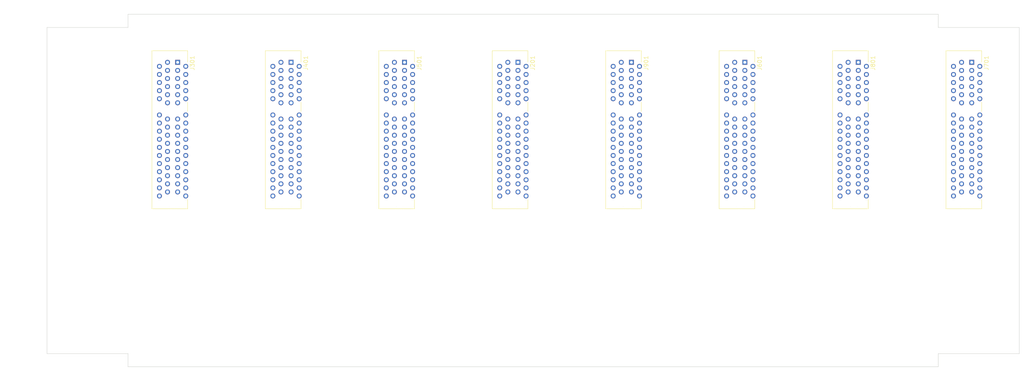
<source format=kicad_pcb>
(kicad_pcb (version 20241229) (generator "pcbnew") (generator_version "9.0")
  (layers (0 "F.Cu" signal) (2 "B.Cu" signal) (13 "F.Paste" user) (15 "B.Paste" user) (5 "F.SilkS" user "F.Silkscreen") (7 "B.SilkS" user "B.Silkscreen") (1 "F.Mask" user) (3 "B.Mask" user) (25 "Edge.Cuts" user))
  (net 0 "")
  (net 1 "/Connector 1/A11")
  (net 2 "/Connector 1/B8")
  (net 3 "/Connector 1/A28")
  (net 4 "/Connector 1/A30")
  (net 5 "/Connector 1/B2")
  (net 6 "/Connector 1/A24")
  (net 7 "/Connector 1/B1")
  (net 8 "/Connector 1/B9")
  (net 9 "/Connector 1/A31")
  (net 10 "/Connector 1/A5")
  (net 11 "/Connector 1/B13")
  (net 12 "/Connector 1/B29")
  (net 13 "/Connector 1/B20")
  (net 14 "/Connector 1/A1")
  (net 15 "/Connector 1/A10")
  (net 16 "/Connector 1/A2")
  (net 17 "/Connector 1/B27")
  (net 18 "/Connector 1/B25")
  (net 19 "/Connector 1/B23")
  (net 20 "/Connector 1/A20")
  (net 21 "/Connector 1/B4")
  (net 22 "/Connector 1/B26")
  (net 23 "/Connector 1/B31")
  (net 24 "/Connector 1/A6")
  (net 25 "/Connector 1/A19")
  (net 26 "/Connector 1/A15")
  (net 27 "/Connector 1/B6")
  (net 28 "/Connector 1/A4")
  (net 29 "/Connector 1/B10")
  (net 30 "/Connector 1/A27")
  (net 31 "/Connector 1/A26")
  (net 32 "/Connector 1/B28")
  (net 33 "/Connector 1/B7")
  (net 34 "/Connector 1/B18")
  (net 35 "/Connector 1/A14")
  (net 36 "/Connector 1/B3")
  (net 37 "/Connector 1/A8")
  (net 38 "/Connector 1/B16")
  (net 39 "/Connector 1/A7")
  (net 40 "/Connector 1/A23")
  (net 41 "/Connector 1/B12")
  (net 42 "/Connector 1/B22")
  (net 43 "/Connector 1/B24")
  (net 44 "/Connector 1/B11")
  (net 45 "/Connector 1/A12")
  (net 46 "/Connector 1/A3")
  (net 47 "/Connector 1/A18")
  (net 48 "/Connector 1/B14")
  (net 49 "/Connector 1/A29")
  (net 50 "/Connector 1/A22")
  (net 51 "/Connector 1/A17")
  (net 52 "/Connector 1/B30")
  (net 53 "/Connector 1/A32")
  (net 54 "/Connector 1/A25")
  (net 55 "/Connector 1/B32")
  (net 56 "/Connector 1/B5")
  (net 57 "/Connector 1/B21")
  (net 58 "/Connector 1/A9")
  (net 59 "/Connector 1/A21")
  (net 60 "/Connector 1/A16")
  (net 61 "/Connector 1/B19")
  (net 62 "/Connector 1/B17")
  (net 63 "/Connector 1/B15")
  (net 64 "/Connector 1/A13")
  (net 65 "/Connector 2/B25")
  (net 66 "/Connector 2/B28")
  (net 67 "/Connector 2/A32")
  (net 68 "/Connector 2/B26")
  (net 69 "/Connector 2/A30")
  (net 70 "/Connector 2/A23")
  (net 71 "/Connector 2/A22")
  (net 72 "/Connector 2/B7")
  (net 73 "/Connector 2/A15")
  (net 74 "/Connector 2/B14")
  (net 75 "/Connector 2/B11")
  (net 76 "/Connector 2/B23")
  (net 77 "/Connector 2/B4")
  (net 78 "/Connector 2/B31")
  (net 79 "/Connector 2/A7")
  (net 80 "/Connector 2/B20")
  (net 81 "/Connector 2/B12")
  (net 82 "/Connector 2/A10")
  (net 83 "/Connector 2/B17")
  (net 84 "/Connector 2/B19")
  (net 85 "/Connector 2/A6")
  (net 86 "/Connector 2/A29")
  (net 87 "/Connector 2/B2")
  (net 88 "/Connector 2/A20")
  (net 89 "/Connector 2/A25")
  (net 90 "/Connector 2/A8")
  (net 91 "/Connector 2/A31")
  (net 92 "/Connector 2/A18")
  (net 93 "/Connector 2/B18")
  (net 94 "/Connector 2/A4")
  (net 95 "/Connector 2/A26")
  (net 96 "/Connector 2/B27")
  (net 97 "/Connector 2/B21")
  (net 98 "/Connector 2/A16")
  (net 99 "/Connector 2/A28")
  (net 100 "/Connector 2/B9")
  (net 101 "/Connector 2/A9")
  (net 102 "/Connector 2/A11")
  (net 103 "/Connector 2/A1")
  (net 104 "/Connector 2/B3")
  (net 105 "/Connector 2/B29")
  (net 106 "/Connector 2/A27")
  (net 107 "/Connector 2/A12")
  (net 108 "/Connector 2/B13")
  (net 109 "/Connector 2/B30")
  (net 110 "/Connector 2/B6")
  (net 111 "/Connector 2/B32")
  (net 112 "/Connector 2/B8")
  (net 113 "/Connector 2/B16")
  (net 114 "/Connector 2/B15")
  (net 115 "/Connector 2/A5")
  (net 116 "/Connector 2/A3")
  (net 117 "/Connector 2/A17")
  (net 118 "/Connector 2/B10")
  (net 119 "/Connector 2/B24")
  (net 120 "/Connector 2/A14")
  (net 121 "/Connector 2/A13")
  (net 122 "/Connector 2/A21")
  (net 123 "/Connector 2/A19")
  (net 124 "/Connector 2/B5")
  (net 125 "/Connector 2/A2")
  (net 126 "/Connector 2/B1")
  (net 127 "/Connector 2/B22")
  (net 128 "/Connector 2/A24")
  (net 129 "/Connector 3/A26")
  (net 130 "/Connector 3/A32")
  (net 131 "/Connector 3/A22")
  (net 132 "/Connector 3/A18")
  (net 133 "/Connector 3/A20")
  (net 134 "/Connector 3/A30")
  (net 135 "/Connector 3/A28")
  (net 136 "/Connector 3/A24")
  (net 137 "/Connector 4/A22")
  (net 138 "/Connector 4/A24")
  (net 139 "/Connector 4/A32")
  (net 140 "/Connector 4/A26")
  (net 141 "/Connector 4/A20")
  (net 142 "/Connector 4/A30")
  (net 143 "/Connector 4/A28")
  (net 144 "/Connector 4/A18")
  (net 145 "/Connector 5/A20")
  (net 146 "/Connector 5/A18")
  (net 147 "/Connector 5/A24")
  (net 148 "/Connector 5/A32")
  (net 149 "/Connector 5/A30")
  (net 150 "/Connector 5/A26")
  (net 151 "/Connector 5/A28")
  (net 152 "/Connector 5/A22")
  (net 153 "/Connector 6/A28")
  (net 154 "/Connector 6/A18")
  (net 155 "/Connector 6/A22")
  (net 156 "/Connector 6/A24")
  (net 157 "/Connector 6/A26")
  (net 158 "/Connector 6/A32")
  (net 159 "/Connector 6/A30")
  (net 160 "/Connector 6/A20")
  (net 161 "/Connector 7/A28")
  (net 162 "/Connector 7/A32")
  (net 163 "/Connector 7/A30")
  (net 164 "/Connector 7/A22")
  (net 165 "/Connector 7/A26")
  (net 166 "/Connector 7/A18")
  (net 167 "/Connector 7/A24")
  (net 168 "/Connector 7/A20")
  (net 169 "/Connector 8/A28")
  (net 170 "/Connector 8/A26")
  (net 171 "/Connector 8/A18")
  (net 172 "/Connector 8/A20")
  (net 173 "/Connector 8/A30")
  (net 174 "/Connector 8/A32")
  (net 175 "/Connector 8/A22")
  (net 176 "/Connector 8/A24")
  (net 177 "/Connector 3/B19")
  (net 178 "/Connector 3/B32")
  (net 179 "/Connector 3/B6")
  (net 180 "/Connector 3/B3")
  (net 181 "/Connector 3/B9")
  (net 182 "/Connector 3/B21")
  (net 183 "/Connector 3/B25")
  (net 184 "/Connector 3/A31")
  (net 185 "/Connector 3/B28")
  (net 186 "/Connector 3/B11")
  (net 187 "/Connector 3/A5")
  (net 188 "/Connector 3/B13")
  (net 189 "/Connector 3/B24")
  (net 190 "/Connector 3/B5")
  (net 191 "/Connector 3/A3")
  (net 192 "/Connector 3/B10")
  (net 193 "/Connector 3/B14")
  (net 194 "/Connector 3/B29")
  (net 195 "/Connector 3/B23")
  (net 196 "/Connector 3/B27")
  (net 197 "/Connector 3/B4")
  (net 198 "/Connector 3/A29")
  (net 199 "/Connector 3/A8")
  (net 200 "/Connector 3/A11")
  (net 201 "/Connector 3/A14")
  (net 202 "/Connector 3/A12")
  (net 203 "/Connector 3/B1")
  (net 204 "/Connector 3/A17")
  (net 205 "/Connector 3/A2")
  (net 206 "/Connector 3/B17")
  (net 207 "/Connector 3/B20")
  (net 208 "/Connector 3/A19")
  (net 209 "/Connector 3/B15")
  (net 210 "/Connector 3/B16")
  (net 211 "/Connector 3/B22")
  (net 212 "/Connector 3/B2")
  (net 213 "/Connector 3/A21")
  (net 214 "/Connector 3/B31")
  (net 215 "/Connector 3/B30")
  (net 216 "/Connector 3/A10")
  (net 217 "/Connector 3/A23")
  (net 218 "/Connector 3/A7")
  (net 219 "/Connector 3/B8")
  (net 220 "/Connector 3/A13")
  (net 221 "/Connector 3/B18")
  (net 222 "/Connector 3/A9")
  (net 223 "/Connector 3/A15")
  (net 224 "/Connector 3/A4")
  (net 225 "/Connector 3/A16")
  (net 226 "/Connector 3/B7")
  (net 227 "/Connector 3/A1")
  (net 228 "/Connector 3/A27")
  (net 229 "/Connector 3/B12")
  (net 230 "/Connector 3/A25")
  (net 231 "/Connector 3/B26")
  (net 232 "/Connector 3/A6")
  (net 233 "/Connector 4/A21")
  (net 234 "/Connector 4/B21")
  (net 235 "/Connector 4/A12")
  (net 236 "/Connector 4/B24")
  (net 237 "/Connector 4/A11")
  (net 238 "/Connector 4/B5")
  (net 239 "/Connector 4/A10")
  (net 240 "/Connector 4/B26")
  (net 241 "/Connector 4/B14")
  (net 242 "/Connector 4/B3")
  (net 243 "/Connector 4/A31")
  (net 244 "/Connector 4/A19")
  (net 245 "/Connector 4/A27")
  (net 246 "/Connector 4/B15")
  (net 247 "/Connector 4/B29")
  (net 248 "/Connector 4/B9")
  (net 249 "/Connector 4/A29")
  (net 250 "/Connector 4/A7")
  (net 251 "/Connector 4/B25")
  (net 252 "/Connector 4/A23")
  (net 253 "/Connector 4/B30")
  (net 254 "/Connector 4/B28")
  (net 255 "/Connector 4/A4")
  (net 256 "/Connector 4/A5")
  (net 257 "/Connector 4/A17")
  (net 258 "/Connector 4/B13")
  (net 259 "/Connector 4/B18")
  (net 260 "/Connector 4/B10")
  (net 261 "/Connector 4/A6")
  (net 262 "/Connector 4/B8")
  (net 263 "/Connector 4/A13")
  (net 264 "/Connector 4/B12")
  (net 265 "/Connector 4/A14")
  (net 266 "/Connector 4/A16")
  (net 267 "/Connector 4/A1")
  (net 268 "/Connector 4/B27")
  (net 269 "/Connector 4/A8")
  (net 270 "/Connector 4/B19")
  (net 271 "/Connector 4/A15")
  (net 272 "/Connector 4/B32")
  (net 273 "/Connector 4/A25")
  (net 274 "/Connector 4/B11")
  (net 275 "/Connector 4/B1")
  (net 276 "/Connector 4/B22")
  (net 277 "/Connector 4/B23")
  (net 278 "/Connector 4/B7")
  (net 279 "/Connector 4/B6")
  (net 280 "/Connector 4/B16")
  (net 281 "/Connector 4/B2")
  (net 282 "/Connector 4/B20")
  (net 283 "/Connector 4/B31")
  (net 284 "/Connector 4/A2")
  (net 285 "/Connector 4/A9")
  (net 286 "/Connector 4/A3")
  (net 287 "/Connector 4/B4")
  (net 288 "/Connector 4/B17")
  (net 289 "/Connector 5/B21")
  (net 290 "/Connector 5/B31")
  (net 291 "/Connector 5/B23")
  (net 292 "/Connector 5/B20")
  (net 293 "/Connector 5/B11")
  (net 294 "/Connector 5/A7")
  (net 295 "/Connector 5/A4")
  (net 296 "/Connector 5/A17")
  (net 297 "/Connector 5/A15")
  (net 298 "/Connector 5/A1")
  (net 299 "/Connector 5/B22")
  (net 300 "/Connector 5/A9")
  (net 301 "/Connector 5/B5")
  (net 302 "/Connector 5/B3")
  (net 303 "/Connector 5/B10")
  (net 304 "/Connector 5/B7")
  (net 305 "/Connector 5/B12")
  (net 306 "/Connector 5/A8")
  (net 307 "/Connector 5/A27")
  (net 308 "/Connector 5/B19")
  (net 309 "/Connector 5/B17")
  (net 310 "/Connector 5/B27")
  (net 311 "/Connector 5/B8")
  (net 312 "/Connector 5/A13")
  (net 313 "/Connector 5/B13")
  (net 314 "/Connector 5/B15")
  (net 315 "/Connector 5/A25")
  (net 316 "/Connector 5/B28")
  (net 317 "/Connector 5/A31")
  (net 318 "/Connector 5/B18")
  (net 319 "/Connector 5/A5")
  (net 320 "/Connector 5/A10")
  (net 321 "/Connector 5/B32")
  (net 322 "/Connector 5/B2")
  (net 323 "/Connector 5/A12")
  (net 324 "/Connector 5/B29")
  (net 325 "/Connector 5/A21")
  (net 326 "/Connector 5/A6")
  (net 327 "/Connector 5/A23")
  (net 328 "/Connector 5/B24")
  (net 329 "/Connector 5/B1")
  (net 330 "/Connector 5/A2")
  (net 331 "/Connector 5/A11")
  (net 332 "/Connector 5/B14")
  (net 333 "/Connector 5/B26")
  (net 334 "/Connector 5/B16")
  (net 335 "/Connector 5/A16")
  (net 336 "/Connector 5/A29")
  (net 337 "/Connector 5/A3")
  (net 338 "/Connector 5/B25")
  (net 339 "/Connector 5/B9")
  (net 340 "/Connector 5/B6")
  (net 341 "/Connector 5/B30")
  (net 342 "/Connector 5/B4")
  (net 343 "/Connector 5/A19")
  (net 344 "/Connector 5/A14")
  (net 345 "/Connector 6/B31")
  (net 346 "/Connector 6/A9")
  (net 347 "/Connector 6/A7")
  (net 348 "/Connector 6/B6")
  (net 349 "/Connector 6/A29")
  (net 350 "/Connector 6/B27")
  (net 351 "/Connector 6/A21")
  (net 352 "/Connector 6/A15")
  (net 353 "/Connector 6/B8")
  (net 354 "/Connector 6/A17")
  (net 355 "/Connector 6/B23")
  (net 356 "/Connector 6/A10")
  (net 357 "/Connector 6/B30")
  (net 358 "/Connector 6/A1")
  (net 359 "/Connector 6/B20")
  (net 360 "/Connector 6/B24")
  (net 361 "/Connector 6/B2")
  (net 362 "/Connector 6/B14")
  (net 363 "/Connector 6/B18")
  (net 364 "/Connector 6/B26")
  (net 365 "/Connector 6/B9")
  (net 366 "/Connector 6/B13")
  (net 367 "/Connector 6/A12")
  (net 368 "/Connector 6/B1")
  (net 369 "/Connector 6/A11")
  (net 370 "/Connector 6/B5")
  (net 371 "/Connector 6/A25")
  (net 372 "/Connector 6/B10")
  (net 373 "/Connector 6/B12")
  (net 374 "/Connector 6/A4")
  (net 375 "/Connector 6/B25")
  (net 376 "/Connector 6/A5")
  (net 377 "/Connector 6/B21")
  (net 378 "/Connector 6/B17")
  (net 379 "/Connector 6/B22")
  (net 380 "/Connector 6/B15")
  (net 381 "/Connector 6/A16")
  (net 382 "/Connector 6/A27")
  (net 383 "/Connector 6/B11")
  (net 384 "/Connector 6/A8")
  (net 385 "/Connector 6/B7")
  (net 386 "/Connector 6/A23")
  (net 387 "/Connector 6/A14")
  (net 388 "/Connector 6/A3")
  (net 389 "/Connector 6/B32")
  (net 390 "/Connector 6/A31")
  (net 391 "/Connector 6/A13")
  (net 392 "/Connector 6/A2")
  (net 393 "/Connector 6/B19")
  (net 394 "/Connector 6/B4")
  (net 395 "/Connector 6/B29")
  (net 396 "/Connector 6/A19")
  (net 397 "/Connector 6/A6")
  (net 398 "/Connector 6/B28")
  (net 399 "/Connector 6/B3")
  (net 400 "/Connector 6/B16")
  (net 401 "/Connector 7/B20")
  (net 402 "/Connector 7/B16")
  (net 403 "/Connector 7/B25")
  (net 404 "/Connector 7/B28")
  (net 405 "/Connector 7/A17")
  (net 406 "/Connector 7/B4")
  (net 407 "/Connector 7/B29")
  (net 408 "/Connector 7/B6")
  (net 409 "/Connector 7/A6")
  (net 410 "/Connector 7/B10")
  (net 411 "/Connector 7/A15")
  (net 412 "/Connector 7/B31")
  (net 413 "/Connector 7/B18")
  (net 414 "/Connector 7/A7")
  (net 415 "/Connector 7/B8")
  (net 416 "/Connector 7/A19")
  (net 417 "/Connector 7/A25")
  (net 418 "/Connector 7/A9")
  (net 419 "/Connector 7/A27")
  (net 420 "/Connector 7/A4")
  (net 421 "/Connector 7/A3")
  (net 422 "/Connector 7/A21")
  (net 423 "/Connector 7/A14")
  (net 424 "/Connector 7/A8")
  (net 425 "/Connector 7/B19")
  (net 426 "/Connector 7/B32")
  (net 427 "/Connector 7/A29")
  (net 428 "/Connector 7/B1")
  (net 429 "/Connector 7/A1")
  (net 430 "/Connector 7/B23")
  (net 431 "/Connector 7/B24")
  (net 432 "/Connector 7/B17")
  (net 433 "/Connector 7/B7")
  (net 434 "/Connector 7/A16")
  (net 435 "/Connector 7/B14")
  (net 436 "/Connector 7/B3")
  (net 437 "/Connector 7/B22")
  (net 438 "/Connector 7/A12")
  (net 439 "/Connector 7/B11")
  (net 440 "/Connector 7/B12")
  (net 441 "/Connector 7/A11")
  (net 442 "/Connector 7/A31")
  (net 443 "/Connector 7/B5")
  (net 444 "/Connector 7/A10")
  (net 445 "/Connector 7/B26")
  (net 446 "/Connector 7/A2")
  (net 447 "/Connector 7/B9")
  (net 448 "/Connector 7/B2")
  (net 449 "/Connector 7/A5")
  (net 450 "/Connector 7/B27")
  (net 451 "/Connector 7/B13")
  (net 452 "/Connector 7/A23")
  (net 453 "/Connector 7/B21")
  (net 454 "/Connector 7/B15")
  (net 455 "/Connector 7/A13")
  (net 456 "/Connector 7/B30")
  (net 457 "/Connector 8/B3")
  (net 458 "/Connector 8/A10")
  (net 459 "/Connector 8/A6")
  (net 460 "/Connector 8/B10")
  (net 461 "/Connector 8/B18")
  (net 462 "/Connector 8/A13")
  (net 463 "/Connector 8/B8")
  (net 464 "/Connector 8/B11")
  (net 465 "/Connector 8/B19")
  (net 466 "/Connector 8/A11")
  (net 467 "/Connector 8/A29")
  (net 468 "/Connector 8/A2")
  (net 469 "/Connector 8/A27")
  (net 470 "/Connector 8/B17")
  (net 471 "/Connector 8/B14")
  (net 472 "/Connector 8/B25")
  (net 473 "/Connector 8/A4")
  (net 474 "/Connector 8/B9")
  (net 475 "/Connector 8/B28")
  (net 476 "/Connector 8/B21")
  (net 477 "/Connector 8/B26")
  (net 478 "/Connector 8/A3")
  (net 479 "/Connector 8/B12")
  (net 480 "/Connector 8/B22")
  (net 481 "/Connector 8/A19")
  (net 482 "/Connector 8/B7")
  (net 483 "/Connector 8/A5")
  (net 484 "/Connector 8/A12")
  (net 485 "/Connector 8/A8")
  (net 486 "/Connector 8/A21")
  (net 487 "/Connector 8/B23")
  (net 488 "/Connector 8/B31")
  (net 489 "/Connector 8/B2")
  (net 490 "/Connector 8/A1")
  (net 491 "/Connector 8/A14")
  (net 492 "/Connector 8/A7")
  (net 493 "/Connector 8/A23")
  (net 494 "/Connector 8/B27")
  (net 495 "/Connector 8/A17")
  (net 496 "/Connector 8/B20")
  (net 497 "/Connector 8/A31")
  (net 498 "/Connector 8/B16")
  (net 499 "/Connector 8/B13")
  (net 500 "/Connector 8/B1")
  (net 501 "/Connector 8/A25")
  (net 502 "/Connector 8/B32")
  (net 503 "/Connector 8/A9")
  (net 504 "/Connector 8/A16")
  (net 505 "/Connector 8/B24")
  (net 506 "/Connector 8/A15")
  (net 507 "/Connector 8/B15")
  (net 508 "/Connector 8/B29")
  (net 509 "/Connector 8/B5")
  (net 510 "/Connector 8/B4")
  (net 511 "/Connector 8/B30")
  (net 512 "/Connector 8/B6")
  (footprint "Home Computer:CONN_10018784-10201TLF" (layer "F.Cu") (at 89.3 64.65 -90)
    (property "Reference" "J401")
    (property "Value" "10018784-10201TLF")
  )
  (footprint "Home Computer:CONN_10018784-10201TLF" (layer "F.Cu") (at 257.3 64.65 -90)
    (property "Reference" "J701")
    (property "Value" "10018784-10201TLF")
  )
  (footprint "Home Computer:CONN_10018784-10201TLF" (layer "F.Cu") (at 201.3 64.65 -90)
    (property "Reference" "J601")
    (property "Value" "10018784-10201TLF")
  )
  (footprint "Home Computer:CONN_10018784-10201TLF" (layer "F.Cu") (at 117.3 64.65 -90)
    (property "Reference" "J501")
    (property "Value" "10018784-10201TLF")
  )
  (footprint "Home Computer:CONN_10018784-10201TLF" (layer "F.Cu") (at 173.3 64.65 -90)
    (property "Reference" "J901")
    (property "Value" "10018784-10201TLF")
  )
  (footprint "Home Computer:CONN_10018784-10201TLF" (layer "F.Cu") (at 61.3 64.65 -90)
    (property "Reference" "J301")
    (property "Value" "10018784-10201TLF")
  )
  (footprint "Home Computer:CONN_10018784-10201TLF" (layer "F.Cu") (at 229.3 64.65 -90)
    (property "Reference" "J801")
    (property "Value" "10018784-10201TLF")
  )
  (footprint "Home Computer:CONN_10018784-10201TLF" (layer "F.Cu") (at 145.3 64.65 -90)
    (property "Reference" "J201")
    (property "Value" "10018784-10201TLF")
  )
  (gr_line (start 30.3 56.05) (end 30.3 136.55) (stroke (width 0.1)) (layer "Edge.Cuts"))
  (gr_line (start 250.3 56.05) (end 250.3 52.8) (stroke (width 0.1)) (layer "Edge.Cuts"))
  (gr_line (start 270.3 56.05) (end 250.3 56.05) (stroke (width 0.1)) (layer "Edge.Cuts"))
  (gr_line (start 50.3 56.05) (end 30.3 56.05) (stroke (width 0.1)) (layer "Edge.Cuts"))
  (gr_line (start 30.3 136.55) (end 50.3 136.55) (stroke (width 0.1)) (layer "Edge.Cuts"))
  (gr_line (start 50.3 139.8) (end 250.3 139.8) (stroke (width 0.1)) (layer "Edge.Cuts"))
  (gr_line (start 50.3 52.8) (end 50.3 56.05) (stroke (width 0.1)) (layer "Edge.Cuts"))
  (gr_line (start 50.3 136.55) (end 50.3 139.8) (stroke (width 0.1)) (layer "Edge.Cuts"))
  (gr_line (start 250.3 139.8) (end 250.3 136.55) (stroke (width 0.1)) (layer "Edge.Cuts"))
  (gr_line (start 270.3 136.55) (end 270.3 56.05) (stroke (width 0.1)) (layer "Edge.Cuts"))
  (gr_line (start 250.3 52.8) (end 50.3 52.8) (stroke (width 0.1)) (layer "Edge.Cuts"))
  (gr_line (start 250.3 136.55) (end 270.3 136.55) (stroke (width 0.1)) (layer "Edge.Cuts"))
)
</source>
